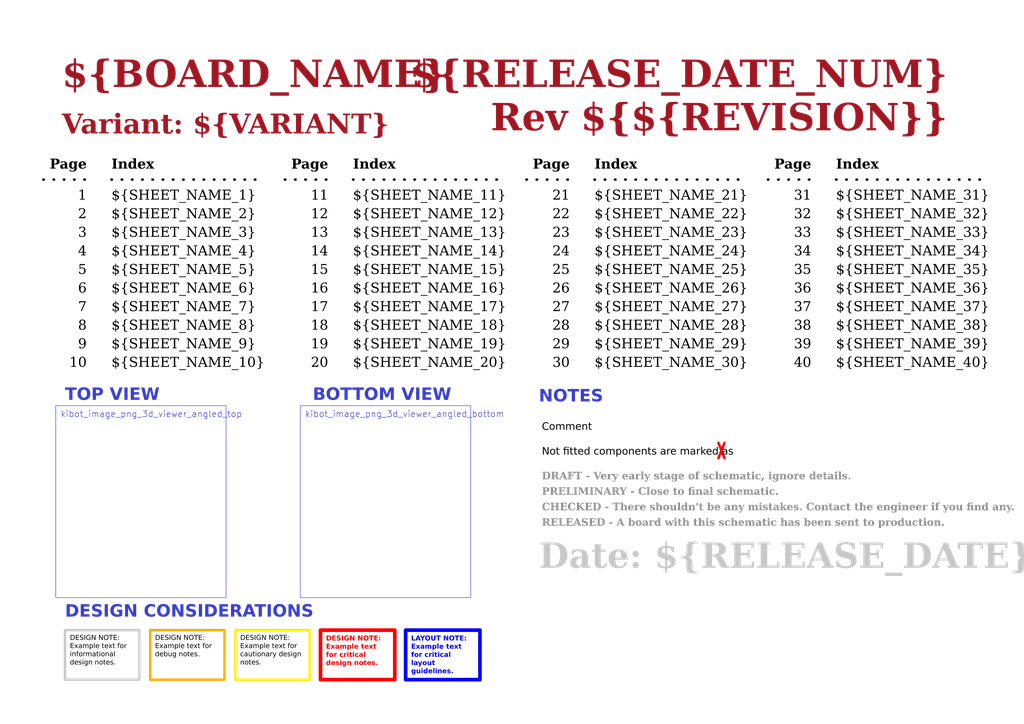
<source format=kicad_sch>
(kicad_sch
	(version 20250114)
	(generator "eeschema")
	(generator_version "9.0")
	(uuid "f9e05184-c88b-4a88-ae9c-ab2bdb32be7c")
	(paper "A3")
	(title_block
		(date "2025-01-12")
		(rev "${REVISION}")
		(company "${COMPANY}")
	)
	(lib_symbols)
	(text "Variant: ${VARIANT}"
		(exclude_from_sim no)
		(at 25.4 58.42 0)
		(effects
			(font
				(face "Times New Roman")
				(size 8 8)
				(thickness 1)
				(bold yes)
				(color 162 22 34 1)
			)
			(justify left bottom)
		)
		(uuid "000ea912-7563-47e5-be4a-8607b961f825")
	)
	(text "RELEASED - A board with this schematic has been sent to production."
		(exclude_from_sim no)
		(at 222.25 217.17 0)
		(effects
			(font
				(face "Times New Roman")
				(size 3 3)
				(thickness 0.6)
				(bold yes)
				(color 140 140 140 1)
			)
			(justify left bottom)
		)
		(uuid "03a9de87-2a7c-40cc-8949-62aed018c019")
	)
	(text "${SHEET_NAME_24}"
		(exclude_from_sim no)
		(at 243.84 106.68 0)
		(effects
			(font
				(face "Times New Roman")
				(size 4 4)
				(color 0 0 0 1)
			)
			(justify left bottom)
			(href "#24")
		)
		(uuid "04fbc6ba-89e3-4184-a4b7-fc2494e97db7")
	)
	(text "20"
		(exclude_from_sim no)
		(at 134.62 152.4 0)
		(effects
			(font
				(face "Times New Roman")
				(size 4 4)
				(color 0 0 0 1)
			)
			(justify right bottom)
			(href "#20")
		)
		(uuid "06737dca-d4ba-435b-b1f2-d66691a0395e")
	)
	(text "25"
		(exclude_from_sim no)
		(at 233.68 114.3 0)
		(effects
			(font
				(face "Times New Roman")
				(size 4 4)
				(color 0 0 0 1)
			)
			(justify right bottom)
			(href "#25")
		)
		(uuid "08a32c22-6c93-4ab9-b845-4fe7f3ebca4d")
	)
	(text "Index"
		(exclude_from_sim no)
		(at 243.84 71.12 0)
		(effects
			(font
				(face "Times New Roman")
				(size 4 4)
				(bold yes)
				(color 0 0 0 1)
			)
			(justify left bottom)
		)
		(uuid "092e98e3-7957-434d-bfdd-b05263750684")
	)
	(text "Page"
		(exclude_from_sim no)
		(at 332.74 71.12 0)
		(effects
			(font
				(face "Times New Roman")
				(size 4 4)
				(bold yes)
				(color 0 0 0 1)
			)
			(justify right bottom)
		)
		(uuid "0a07419b-7688-4fe8-adeb-f976a8f4a761")
	)
	(text "13"
		(exclude_from_sim no)
		(at 134.62 99.06 0)
		(effects
			(font
				(face "Times New Roman")
				(size 4 4)
				(color 0 0 0 1)
			)
			(justify right bottom)
			(href "#13")
		)
		(uuid "0b63ff41-ef0b-4d81-be02-d672d6e4da8d")
	)
	(text "33"
		(exclude_from_sim no)
		(at 332.74 99.06 0)
		(effects
			(font
				(face "Times New Roman")
				(size 4 4)
				(color 0 0 0 1)
			)
			(justify right bottom)
			(href "#33")
		)
		(uuid "1009d74b-dab5-4621-8c04-f00d978fa044")
	)
	(text "PRELIMINARY - Close to final schematic."
		(exclude_from_sim no)
		(at 222.25 204.47 0)
		(effects
			(font
				(face "Times New Roman")
				(size 3 3)
				(thickness 0.6)
				(bold yes)
				(color 140 140 140 1)
			)
			(justify left bottom)
		)
		(uuid "11442418-ba27-4cbf-a7e2-cc6ed9935eb1")
	)
	(text "${SHEET_NAME_22}"
		(exclude_from_sim no)
		(at 243.84 91.44 0)
		(effects
			(font
				(face "Times New Roman")
				(size 4 4)
				(color 0 0 0 1)
			)
			(justify left bottom)
			(href "#22")
		)
		(uuid "1344757b-e41f-4e80-947b-0a2035b4fce9")
	)
	(text "40"
		(exclude_from_sim no)
		(at 332.74 152.4 0)
		(effects
			(font
				(face "Times New Roman")
				(size 4 4)
				(color 0 0 0 1)
			)
			(justify right bottom)
			(href "#40")
		)
		(uuid "1b2709b1-c0f7-4254-8da7-5631857d3853")
	)
	(text "26"
		(exclude_from_sim no)
		(at 233.68 121.92 0)
		(effects
			(font
				(face "Times New Roman")
				(size 4 4)
				(color 0 0 0 1)
			)
			(justify right bottom)
			(href "#26")
		)
		(uuid "1bb2d49c-6a01-4c39-832a-e9c7a051f092")
	)
	(text "7"
		(exclude_from_sim no)
		(at 35.56 129.54 0)
		(effects
			(font
				(face "Times New Roman")
				(size 4 4)
				(color 0 0 0 1)
			)
			(justify right bottom)
			(href "#7")
		)
		(uuid "1c576109-caea-431e-8644-8543de749b79")
	)
	(text "11"
		(exclude_from_sim no)
		(at 134.62 83.82 0)
		(effects
			(font
				(face "Times New Roman")
				(size 4 4)
				(color 0 0 0 1)
			)
			(justify right bottom)
			(href "#11")
		)
		(uuid "22628abe-bb8c-4ca9-a559-3456e08ce477")
	)
	(text "DRAFT - Very early stage of schematic, ignore details."
		(exclude_from_sim no)
		(at 222.25 198.12 0)
		(effects
			(font
				(face "Times New Roman")
				(size 3 3)
				(thickness 0.6)
				(bold yes)
				(color 140 140 140 1)
			)
			(justify left bottom)
		)
		(uuid "23bcc4dd-d59d-4c05-b342-2d26db58b8da")
	)
	(text "28"
		(exclude_from_sim no)
		(at 233.68 137.16 0)
		(effects
			(font
				(face "Times New Roman")
				(size 4 4)
				(color 0 0 0 1)
			)
			(justify right bottom)
			(href "#28")
		)
		(uuid "2442a9e6-4622-4ba0-aee4-95e9a2355828")
	)
	(text "${SHEET_NAME_12}"
		(exclude_from_sim no)
		(at 144.78 91.44 0)
		(effects
			(font
				(face "Times New Roman")
				(size 4 4)
				(color 0 0 0 1)
			)
			(justify left bottom)
			(href "#12")
		)
		(uuid "26f0a480-abfd-4d9b-ac68-8bdfd526e094")
	)
	(text "${SHEET_NAME_8}"
		(exclude_from_sim no)
		(at 45.72 137.16 0)
		(effects
			(font
				(face "Times New Roman")
				(size 4 4)
				(color 0 0 0 1)
			)
			(justify left bottom)
			(href "#8")
		)
		(uuid "28b58a16-122b-49e8-afa7-48c2618dc53d")
	)
	(text "10"
		(exclude_from_sim no)
		(at 35.56 152.4 0)
		(effects
			(font
				(face "Times New Roman")
				(size 4 4)
				(color 0 0 0 1)
			)
			(justify right bottom)
			(href "#10")
		)
		(uuid "29df70b5-9e00-4105-9e4f-bc7dc20e3f72")
	)
	(text "${SHEET_NAME_2}"
		(exclude_from_sim no)
		(at 45.72 91.44 0)
		(effects
			(font
				(face "Times New Roman")
				(size 4 4)
				(color 0 0 0 1)
			)
			(justify left bottom)
			(href "#2")
		)
		(uuid "29fb83bd-9708-49c1-a835-3671e07a7b95")
	)
	(text "${SHEET_NAME_5}"
		(exclude_from_sim no)
		(at 45.72 114.3 0)
		(effects
			(font
				(face "Times New Roman")
				(size 4 4)
				(color 0 0 0 1)
			)
			(justify left bottom)
			(href "#5")
		)
		(uuid "2ac8cebd-4832-4e21-b843-d3261443e2b6")
	)
	(text "Index"
		(exclude_from_sim no)
		(at 342.9 71.12 0)
		(effects
			(font
				(face "Times New Roman")
				(size 4 4)
				(bold yes)
				(color 0 0 0 1)
			)
			(justify left bottom)
		)
		(uuid "2d20b110-4122-4bb3-85c6-52f89dff8d1f")
	)
	(text "31"
		(exclude_from_sim no)
		(at 332.74 83.82 0)
		(effects
			(font
				(face "Times New Roman")
				(size 4 4)
				(color 0 0 0 1)
			)
			(justify right bottom)
			(href "#31")
		)
		(uuid "2e769767-b079-43e5-b995-04b63f171ffa")
	)
	(text "${SHEET_NAME_20}"
		(exclude_from_sim no)
		(at 144.78 152.4 0)
		(effects
			(font
				(face "Times New Roman")
				(size 4 4)
				(color 0 0 0 1)
			)
			(justify left bottom)
			(href "#20")
		)
		(uuid "2ebc04cc-20ea-44c3-8fd2-b0fb93c45b42")
	)
	(text "Page"
		(exclude_from_sim no)
		(at 35.56 71.12 0)
		(effects
			(font
				(face "Times New Roman")
				(size 4 4)
				(bold yes)
				(color 0 0 0 1)
			)
			(justify right bottom)
		)
		(uuid "31a5a95f-a57b-403a-98da-2e1fbe2b2295")
	)
	(text "14"
		(exclude_from_sim no)
		(at 134.62 106.68 0)
		(effects
			(font
				(face "Times New Roman")
				(size 4 4)
				(color 0 0 0 1)
			)
			(justify right bottom)
			(href "#14")
		)
		(uuid "38a1da8c-a9d9-432f-9233-200e69e13b3a")
	)
	(text "${SHEET_NAME_23}"
		(exclude_from_sim no)
		(at 243.84 99.06 0)
		(effects
			(font
				(face "Times New Roman")
				(size 4 4)
				(color 0 0 0 1)
			)
			(justify left bottom)
			(href "#23")
		)
		(uuid "3946100b-591d-4e38-9079-fe42aa6dc626")
	)
	(text "Page"
		(exclude_from_sim no)
		(at 134.62 71.12 0)
		(effects
			(font
				(face "Times New Roman")
				(size 4 4)
				(bold yes)
				(color 0 0 0 1)
			)
			(justify right bottom)
		)
		(uuid "3e77b120-e346-455e-abaf-4a9c7d1682fd")
	)
	(text "${RELEASE_DATE_NUM}"
		(exclude_from_sim no)
		(at 388.62 40.64 0)
		(effects
			(font
				(face "Times New Roman")
				(size 11 11)
				(thickness 1)
				(bold yes)
				(color 162 22 34 1)
			)
			(justify right bottom)
		)
		(uuid "41e90dbf-cdb3-4f5b-b829-1b84a76a5924")
	)
	(text "24"
		(exclude_from_sim no)
		(at 233.68 106.68 0)
		(effects
			(font
				(face "Times New Roman")
				(size 4 4)
				(color 0 0 0 1)
			)
			(justify right bottom)
			(href "#24")
		)
		(uuid "49255cb5-4dcc-42be-a136-139aba5d7504")
	)
	(text "23"
		(exclude_from_sim no)
		(at 233.68 99.06 0)
		(effects
			(font
				(face "Times New Roman")
				(size 4 4)
				(color 0 0 0 1)
			)
			(justify right bottom)
			(href "#23")
		)
		(uuid "4a052e6c-e34b-452d-a22e-3979cd214786")
	)
	(text "1"
		(exclude_from_sim no)
		(at 35.56 83.82 0)
		(effects
			(font
				(face "Times New Roman")
				(size 4 4)
				(color 0 0 0 1)
			)
			(justify right bottom)
			(href "#1")
		)
		(uuid "4b0ed47a-9b59-42f0-a2af-ecaccf5a89c3")
	)
	(text "30"
		(exclude_from_sim no)
		(at 233.68 152.4 0)
		(effects
			(font
				(face "Times New Roman")
				(size 4 4)
				(color 0 0 0 1)
			)
			(justify right bottom)
			(href "#30")
		)
		(uuid "4e5b665c-4c27-411d-8242-f1249e25cce0")
	)
	(text "${SHEET_NAME_35}"
		(exclude_from_sim no)
		(at 342.9 114.3 0)
		(effects
			(font
				(face "Times New Roman")
				(size 4 4)
				(color 0 0 0 1)
			)
			(justify left bottom)
			(href "#35")
		)
		(uuid "4fefe87c-0c25-43e5-a3b2-18b15abe07e3")
	)
	(text "Not fitted components are marked as"
		(exclude_from_sim no)
		(at 222.25 187.96 0)
		(effects
			(font
				(face "Arial")
				(size 3 3)
				(color 0 0 0 1)
			)
			(justify left bottom)
		)
		(uuid "5135dbd7-df4e-46cd-8739-492cd009b1f6")
	)
	(text "${SHEET_NAME_11}"
		(exclude_from_sim no)
		(at 144.78 83.82 0)
		(effects
			(font
				(face "Times New Roman")
				(size 4 4)
				(color 0 0 0 1)
			)
			(justify left bottom)
			(href "#11")
		)
		(uuid "521b08c4-0bd9-4d68-80be-7478df8fbde9")
	)
	(text "32"
		(exclude_from_sim no)
		(at 332.74 91.44 0)
		(effects
			(font
				(face "Times New Roman")
				(size 4 4)
				(color 0 0 0 1)
			)
			(justify right bottom)
			(href "#32")
		)
		(uuid "53818ecd-325c-48e2-bb9d-ec3fb48f34c9")
	)
	(text "${SHEET_NAME_6}"
		(exclude_from_sim no)
		(at 45.72 121.92 0)
		(effects
			(font
				(face "Times New Roman")
				(size 4 4)
				(color 0 0 0 1)
			)
			(justify left bottom)
			(href "#6")
		)
		(uuid "58cf0eb5-a6da-463e-aeda-fbe87a3cd079")
	)
	(text "36"
		(exclude_from_sim no)
		(at 332.74 121.92 0)
		(effects
			(font
				(face "Times New Roman")
				(size 4 4)
				(color 0 0 0 1)
			)
			(justify right bottom)
			(href "#36")
		)
		(uuid "5dac577c-aef6-4b3c-9237-0c2b9f804fbc")
	)
	(text "${SHEET_NAME_37}"
		(exclude_from_sim no)
		(at 342.9 129.54 0)
		(effects
			(font
				(face "Times New Roman")
				(size 4 4)
				(color 0 0 0 1)
			)
			(justify left bottom)
			(href "#37")
		)
		(uuid "5f3a4b8b-6b33-42d9-ac5f-6e29aa22b302")
	)
	(text "35"
		(exclude_from_sim no)
		(at 332.74 114.3 0)
		(effects
			(font
				(face "Times New Roman")
				(size 4 4)
				(color 0 0 0 1)
			)
			(justify right bottom)
			(href "#35")
		)
		(uuid "644cbbc3-098e-4ecf-ac2f-be88f0d22361")
	)
	(text "${SHEET_NAME_26}"
		(exclude_from_sim no)
		(at 243.84 121.92 0)
		(effects
			(font
				(face "Times New Roman")
				(size 4 4)
				(color 0 0 0 1)
			)
			(justify left bottom)
			(href "#26")
		)
		(uuid "6a548554-e772-43f3-ba5d-01026d9a064a")
	)
	(text "${SHEET_NAME_36}"
		(exclude_from_sim no)
		(at 342.9 121.92 0)
		(effects
			(font
				(face "Times New Roman")
				(size 4 4)
				(color 0 0 0 1)
			)
			(justify left bottom)
			(href "#36")
		)
		(uuid "6b8d090b-e89a-4677-84e9-b64a5fead89e")
	)
	(text "Rev ${REVISION}"
		(exclude_from_sim no)
		(at 388.62 58.42 0)
		(effects
			(font
				(face "Times New Roman")
				(size 11 11)
				(thickness 1)
				(bold yes)
				(color 162 22 34 1)
			)
			(justify right bottom)
		)
		(uuid "6d1761f6-980b-4588-8313-1bd3d937c291")
	)
	(text "${SHEET_NAME_15}"
		(exclude_from_sim no)
		(at 144.78 114.3 0)
		(effects
			(font
				(face "Times New Roman")
				(size 4 4)
				(color 0 0 0 1)
			)
			(justify left bottom)
			(href "#15")
		)
		(uuid "6f858022-2996-4265-8d0d-5392f83665ac")
	)
	(text "CHECKED - There shouldn't be any mistakes. Contact the engineer if you find any."
		(exclude_from_sim no)
		(at 222.25 210.82 0)
		(effects
			(font
				(face "Times New Roman")
				(size 3 3)
				(thickness 0.6)
				(bold yes)
				(color 140 140 140 1)
			)
			(justify left bottom)
		)
		(uuid "701d40a5-7fcc-4d35-a582-e3de3695524c")
	)
	(text "BOTTOM VIEW"
		(exclude_from_sim no)
		(at 128.27 166.37 0)
		(effects
			(font
				(face "Arial")
				(size 5 5)
				(bold yes)
				(color 53 60 207 1)
			)
			(justify left bottom)
		)
		(uuid "703db123-558f-4f87-9ff5-c08a220fcdc6")
	)
	(text "${SHEET_NAME_14}"
		(exclude_from_sim no)
		(at 144.78 106.68 0)
		(effects
			(font
				(face "Times New Roman")
				(size 4 4)
				(color 0 0 0 1)
			)
			(justify left bottom)
			(href "#14")
		)
		(uuid "72182600-e68c-43f8-9305-59c8d8dbdc8c")
	)
	(text "${SHEET_NAME_21}"
		(exclude_from_sim no)
		(at 243.84 83.82 0)
		(effects
			(font
				(face "Times New Roman")
				(size 4 4)
				(color 0 0 0 1)
			)
			(justify left bottom)
			(href "#21")
		)
		(uuid "72cf7e48-8628-4785-b42d-ebcc097e0da2")
	)
	(text "12"
		(exclude_from_sim no)
		(at 134.62 91.44 0)
		(effects
			(font
				(face "Times New Roman")
				(size 4 4)
				(color 0 0 0 1)
			)
			(justify right bottom)
			(href "#12")
		)
		(uuid "75d0a1ef-aac5-4003-9e33-aca70ed59023")
	)
	(text "2"
		(exclude_from_sim no)
		(at 35.56 91.44 0)
		(effects
			(font
				(face "Times New Roman")
				(size 4 4)
				(color 0 0 0 1)
			)
			(justify right bottom)
			(href "#2")
		)
		(uuid "761d5be9-e72f-40b6-b87c-29a6aedc1cd0")
	)
	(text "3"
		(exclude_from_sim no)
		(at 35.56 99.06 0)
		(effects
			(font
				(face "Times New Roman")
				(size 4 4)
				(color 0 0 0 1)
			)
			(justify right bottom)
			(href "#3")
		)
		(uuid "7e0f51ce-8c6b-42f9-82d1-98045fd01389")
	)
	(text "${SHEET_NAME_17}"
		(exclude_from_sim no)
		(at 144.78 129.54 0)
		(effects
			(font
				(face "Times New Roman")
				(size 4 4)
				(color 0 0 0 1)
			)
			(justify left bottom)
			(href "#17")
		)
		(uuid "7eaebe1b-e206-4517-a346-0f3f402aebc2")
	)
	(text "37"
		(exclude_from_sim no)
		(at 332.74 129.54 0)
		(effects
			(font
				(face "Times New Roman")
				(size 4 4)
				(color 0 0 0 1)
			)
			(justify right bottom)
			(href "#37")
		)
		(uuid "7f350ec2-91bd-412b-bb17-e3550be6b6fc")
	)
	(text "29"
		(exclude_from_sim no)
		(at 233.68 144.78 0)
		(effects
			(font
				(face "Times New Roman")
				(size 4 4)
				(color 0 0 0 1)
			)
			(justify right bottom)
			(href "#29")
		)
		(uuid "82c607a8-c0a1-4069-b837-ce96dd0eb2bb")
	)
	(text "21"
		(exclude_from_sim no)
		(at 233.68 83.82 0)
		(effects
			(font
				(face "Times New Roman")
				(size 4 4)
				(color 0 0 0 1)
			)
			(justify right bottom)
			(href "#21")
		)
		(uuid "84a2fca0-fdc8-451e-ba92-d21bfe34f79c")
	)
	(text "${SHEET_NAME_18}"
		(exclude_from_sim no)
		(at 144.78 137.16 0)
		(effects
			(font
				(face "Times New Roman")
				(size 4 4)
				(color 0 0 0 1)
			)
			(justify left bottom)
			(href "#18")
		)
		(uuid "861c9b1c-f3f7-4abd-84e4-7e4ecba3dc9e")
	)
	(text "Date: ${RELEASE_DATE}"
		(exclude_from_sim no)
		(at 220.98 237.49 0)
		(effects
			(font
				(face "Times New Roman")
				(size 10.16 10.16)
				(thickness 0.6)
				(bold yes)
				(color 200 200 200 1)
			)
			(justify left bottom)
		)
		(uuid "87564db8-be77-4805-a256-abae1e9d7c5b")
	)
	(text "27"
		(exclude_from_sim no)
		(at 233.68 129.54 0)
		(effects
			(font
				(face "Times New Roman")
				(size 4 4)
				(color 0 0 0 1)
			)
			(justify right bottom)
			(href "#27")
		)
		(uuid "87fa597a-67b4-46be-afa2-208d91b20ddd")
	)
	(text "${SHEET_NAME_7}"
		(exclude_from_sim no)
		(at 45.72 129.54 0)
		(effects
			(font
				(face "Times New Roman")
				(size 4 4)
				(color 0 0 0 1)
			)
			(justify left bottom)
			(href "#7")
		)
		(uuid "89dd6e8c-069a-4815-966a-9a118eca524b")
	)
	(text "${SHEET_NAME_31}"
		(exclude_from_sim no)
		(at 342.9 83.82 0)
		(effects
			(font
				(face "Times New Roman")
				(size 4 4)
				(color 0 0 0 1)
			)
			(justify left bottom)
			(href "#31")
		)
		(uuid "8a503a63-fb6c-4df5-a6fc-bc8076c7c001")
	)
	(text "5"
		(exclude_from_sim no)
		(at 35.56 114.3 0)
		(effects
			(font
				(face "Times New Roman")
				(size 4 4)
				(color 0 0 0 1)
			)
			(justify right bottom)
			(href "#5")
		)
		(uuid "8b821864-881a-4cb0-856b-2d9a97f6404e")
	)
	(text "${BOARD_NAME}"
		(exclude_from_sim no)
		(at 25.4 40.64 0)
		(effects
			(font
				(face "Times New Roman")
				(size 11 11)
				(thickness 1)
				(bold yes)
				(color 162 22 34 1)
			)
			(justify left bottom)
		)
		(uuid "8cf431a6-8908-4048-b4aa-271da433a961")
	)
	(text "NOTES"
		(exclude_from_sim no)
		(at 220.98 167.005 0)
		(effects
			(font
				(face "Arial")
				(size 5 5)
				(bold yes)
				(color 53 60 207 1)
			)
			(justify left bottom)
		)
		(uuid "8e0f503c-d18d-404c-84d2-434629c63a09")
	)
	(text "${SHEET_NAME_40}"
		(exclude_from_sim no)
		(at 342.9 152.4 0)
		(effects
			(font
				(face "Times New Roman")
				(size 4 4)
				(color 0 0 0 1)
			)
			(justify left bottom)
			(href "#40")
		)
		(uuid "932682d2-768a-4ce2-8f74-01d2dff2d205")
	)
	(text "18"
		(exclude_from_sim no)
		(at 134.62 137.16 0)
		(effects
			(font
				(face "Times New Roman")
				(size 4 4)
				(color 0 0 0 1)
			)
			(justify right bottom)
			(href "#18")
		)
		(uuid "947e5fec-ce7e-4c5c-82f3-37357af6847d")
	)
	(text "Index"
		(exclude_from_sim no)
		(at 144.78 71.12 0)
		(effects
			(font
				(face "Times New Roman")
				(size 4 4)
				(bold yes)
				(color 0 0 0 1)
			)
			(justify left bottom)
		)
		(uuid "97025432-9170-4ff8-8e9c-fb0b93788c7e")
	)
	(text "${SHEET_NAME_39}"
		(exclude_from_sim no)
		(at 342.9 144.78 0)
		(effects
			(font
				(face "Times New Roman")
				(size 4 4)
				(color 0 0 0 1)
			)
			(justify left bottom)
			(href "#39")
		)
		(uuid "9b659720-c6a5-452d-8e4b-d10969349253")
	)
	(text "${SHEET_NAME_32}"
		(exclude_from_sim no)
		(at 342.9 91.44 0)
		(effects
			(font
				(face "Times New Roman")
				(size 4 4)
				(color 0 0 0 1)
			)
			(justify left bottom)
			(href "#32")
		)
		(uuid "a1062a1d-8c7d-434b-8e41-f018a76ce75c")
	)
	(text "17"
		(exclude_from_sim no)
		(at 134.62 129.54 0)
		(effects
			(font
				(face "Times New Roman")
				(size 4 4)
				(color 0 0 0 1)
			)
			(justify right bottom)
			(href "#17")
		)
		(uuid "a9d84c05-5f8c-4dbb-9619-711f551866b8")
	)
	(text "${SHEET_NAME_1}"
		(exclude_from_sim no)
		(at 45.72 83.82 0)
		(effects
			(font
				(face "Times New Roman")
				(size 4 4)
				(color 0 0 0 1)
			)
			(justify left bottom)
			(href "#1")
		)
		(uuid "afc0bb31-890a-4961-a87a-e0895bcdf665")
	)
	(text "${SHEET_NAME_9}"
		(exclude_from_sim no)
		(at 45.72 144.78 0)
		(effects
			(font
				(face "Times New Roman")
				(size 4 4)
				(color 0 0 0 1)
			)
			(justify left bottom)
			(href "#9")
		)
		(uuid "b5ff3e63-17a3-45d1-8810-34d8d7fe669a")
	)
	(text "${SHEET_NAME_38}"
		(exclude_from_sim no)
		(at 342.9 137.16 0)
		(effects
			(font
				(face "Times New Roman")
				(size 4 4)
				(color 0 0 0 1)
			)
			(justify left bottom)
			(href "#38")
		)
		(uuid "b69e0f14-9732-46c9-88d6-21c0fc2c6a07")
	)
	(text "8"
		(exclude_from_sim no)
		(at 35.56 137.16 0)
		(effects
			(font
				(face "Times New Roman")
				(size 4 4)
				(color 0 0 0 1)
			)
			(justify right bottom)
			(href "#8")
		)
		(uuid "bc946718-a2ab-40c8-8097-9c7e05954e3f")
	)
	(text "${SHEET_NAME_29}"
		(exclude_from_sim no)
		(at 243.84 144.78 0)
		(effects
			(font
				(face "Times New Roman")
				(size 4 4)
				(color 0 0 0 1)
			)
			(justify left bottom)
			(href "#29")
		)
		(uuid "bd1c778b-6b29-4b16-9eff-22de4e335241")
	)
	(text "16"
		(exclude_from_sim no)
		(at 134.62 121.92 0)
		(effects
			(font
				(face "Times New Roman")
				(size 4 4)
				(color 0 0 0 1)
			)
			(justify right bottom)
			(href "#16")
		)
		(uuid "bf5fa6d6-b99b-4e2a-8d79-716b5f8f7abf")
	)
	(text "${SHEET_NAME_34}"
		(exclude_from_sim no)
		(at 342.9 106.68 0)
		(effects
			(font
				(face "Times New Roman")
				(size 4 4)
				(color 0 0 0 1)
			)
			(justify left bottom)
			(href "#34")
		)
		(uuid "c1d78a38-10ea-4159-8081-409282f45a7b")
	)
	(text "${SHEET_NAME_16}"
		(exclude_from_sim no)
		(at 144.78 121.92 0)
		(effects
			(font
				(face "Times New Roman")
				(size 4 4)
				(color 0 0 0 1)
			)
			(justify left bottom)
			(href "#16")
		)
		(uuid "c400b0a7-a930-450f-bf64-22d3913219ae")
	)
	(text "${SHEET_NAME_3}"
		(exclude_from_sim no)
		(at 45.72 99.06 0)
		(effects
			(font
				(face "Times New Roman")
				(size 4 4)
				(color 0 0 0 1)
			)
			(justify left bottom)
			(href "#3")
		)
		(uuid "c47fb2b3-a3ce-4ab0-8283-8dc8a58975c2")
	)
	(text "${SHEET_NAME_19}"
		(exclude_from_sim no)
		(at 144.78 144.78 0)
		(effects
			(font
				(face "Times New Roman")
				(size 4 4)
				(color 0 0 0 1)
			)
			(justify left bottom)
			(href "#19")
		)
		(uuid "c67f1741-9f9b-4afd-9d0e-53f95cc87e3f")
	)
	(text "39"
		(exclude_from_sim no)
		(at 332.74 144.78 0)
		(effects
			(font
				(face "Times New Roman")
				(size 4 4)
				(color 0 0 0 1)
			)
			(justify right bottom)
			(href "#39")
		)
		(uuid "c70c3e5e-4d3f-4182-9ae5-10ba4deb3184")
	)
	(text "Page"
		(exclude_from_sim no)
		(at 233.68 71.12 0)
		(effects
			(font
				(face "Times New Roman")
				(size 4 4)
				(bold yes)
				(color 0 0 0 1)
			)
			(justify right bottom)
		)
		(uuid "c7960137-7711-4ffe-94cf-8be0bcb30b2c")
	)
	(text "Comment"
		(exclude_from_sim no)
		(at 222.25 177.8 0)
		(effects
			(font
				(face "Arial")
				(size 3 3)
				(color 0 0 0 1)
			)
			(justify left bottom)
		)
		(uuid "cd70c2d3-2fc1-43f3-bef3-88f512b1207b")
	)
	(text "TOP VIEW"
		(exclude_from_sim no)
		(at 26.67 166.37 0)
		(effects
			(font
				(face "Arial")
				(size 5 5)
				(bold yes)
				(color 53 60 207 1)
			)
			(justify left bottom)
		)
		(uuid "ce023428-5906-4952-b62a-b62507403698")
	)
	(text "34"
		(exclude_from_sim no)
		(at 332.74 106.68 0)
		(effects
			(font
				(face "Times New Roman")
				(size 4 4)
				(color 0 0 0 1)
			)
			(justify right bottom)
			(href "#34")
		)
		(uuid "d3189638-1afe-44da-8649-12ada9035b76")
	)
	(text "${SHEET_NAME_10}"
		(exclude_from_sim no)
		(at 45.72 152.4 0)
		(effects
			(font
				(face "Times New Roman")
				(size 4 4)
				(color 0 0 0 1)
			)
			(justify left bottom)
			(href "#10")
		)
		(uuid "d794f70b-0900-43e4-9530-3b5babcc433e")
	)
	(text "Index"
		(exclude_from_sim no)
		(at 45.72 71.12 0)
		(effects
			(font
				(face "Times New Roman")
				(size 4 4)
				(bold yes)
				(color 0 0 0 1)
			)
			(justify left bottom)
		)
		(uuid "e26ac9c4-c495-4cb1-ac42-54859d23390e")
	)
	(text "22"
		(exclude_from_sim no)
		(at 233.68 91.44 0)
		(effects
			(font
				(face "Times New Roman")
				(size 4 4)
				(color 0 0 0 1)
			)
			(justify right bottom)
			(href "#22")
		)
		(uuid "e464589f-dbb4-4402-a897-ab7ace77ceac")
	)
	(text "19"
		(exclude_from_sim no)
		(at 134.62 144.78 0)
		(effects
			(font
				(face "Times New Roman")
				(size 4 4)
				(color 0 0 0 1)
			)
			(justify right bottom)
			(href "#19")
		)
		(uuid "e62751b9-589e-4651-9101-35d4946b6768")
	)
	(text "${SHEET_NAME_28}"
		(exclude_from_sim no)
		(at 243.84 137.16 0)
		(effects
			(font
				(face "Times New Roman")
				(size 4 4)
				(color 0 0 0 1)
			)
			(justify left bottom)
			(href "#28")
		)
		(uuid "e679e400-fb5c-43a2-bfd2-0dcd93a17a1a")
	)
	(text "${SHEET_NAME_13}"
		(exclude_from_sim no)
		(at 144.78 99.06 0)
		(effects
			(font
				(face "Times New Roman")
				(size 4 4)
				(color 0 0 0 1)
			)
			(justify left bottom)
			(href "#13")
		)
		(uuid "e6900504-0ef7-479b-92ed-1bc93bd1281c")
	)
	(text "6"
		(exclude_from_sim no)
		(at 35.56 121.92 0)
		(effects
			(font
				(face "Times New Roman")
				(size 4 4)
				(color 0 0 0 1)
			)
			(justify right bottom)
			(href "#6")
		)
		(uuid "ea04c009-8a6e-4df8-a10e-287d81493227")
	)
	(text "15"
		(exclude_from_sim no)
		(at 134.62 114.3 0)
		(effects
			(font
				(face "Times New Roman")
				(size 4 4)
				(color 0 0 0 1)
			)
			(justify right bottom)
			(href "#15")
		)
		(uuid "eac1b517-2ecd-430e-b5b5-e084b3378285")
	)
	(text "${SHEET_NAME_27}"
		(exclude_from_sim no)
		(at 243.84 129.54 0)
		(effects
			(font
				(face "Times New Roman")
				(size 4 4)
				(color 0 0 0 1)
			)
			(justify left bottom)
			(href "#27")
		)
		(uuid "f1b2ac77-8d21-44ea-98ed-905cdacdbace")
	)
	(text "38"
		(exclude_from_sim no)
		(at 332.74 137.16 0)
		(effects
			(font
				(face "Times New Roman")
				(size 4 4)
				(color 0 0 0 1)
			)
			(justify right bottom)
			(href "#38")
		)
		(uuid "f2e05e86-1996-40cc-90aa-23adafc3587e")
	)
	(text "${SHEET_NAME_4}"
		(exclude_from_sim no)
		(at 45.72 106.68 0)
		(effects
			(font
				(face "Times New Roman")
				(size 4 4)
				(color 0 0 0 1)
			)
			(justify left bottom)
			(href "#4")
		)
		(uuid "f38b3e41-64f1-4162-9fc3-42a2ad6ca733")
	)
	(text "9"
		(exclude_from_sim no)
		(at 35.56 144.78 0)
		(effects
			(font
				(face "Times New Roman")
				(size 4 4)
				(color 0 0 0 1)
			)
			(justify right bottom)
			(href "#9")
		)
		(uuid "f5bbe170-3943-4a40-9782-9cbd23ca5c03")
	)
	(text "${SHEET_NAME_33}"
		(exclude_from_sim no)
		(at 342.9 99.06 0)
		(effects
			(font
				(face "Times New Roman")
				(size 4 4)
				(color 0 0 0 1)
			)
			(justify left bottom)
			(href "#33")
		)
		(uuid "f879701f-b24c-4cea-9a39-bc4c0256418b")
	)
	(text "${SHEET_NAME_30}"
		(exclude_from_sim no)
		(at 243.84 152.4 0)
		(effects
			(font
				(face "Times New Roman")
				(size 4 4)
				(color 0 0 0 1)
			)
			(justify left bottom)
			(href "#30")
		)
		(uuid "f92e3186-6b58-461a-bb76-e9302812a57d")
	)
	(text "4"
		(exclude_from_sim no)
		(at 35.56 106.68 0)
		(effects
			(font
				(face "Times New Roman")
				(size 4 4)
				(color 0 0 0 1)
			)
			(justify right bottom)
			(href "#4")
		)
		(uuid "f9755639-0775-4570-b6a2-9829625b15ba")
	)
	(text "${SHEET_NAME_25}"
		(exclude_from_sim no)
		(at 243.84 114.3 0)
		(effects
			(font
				(face "Times New Roman")
				(size 4 4)
				(color 0 0 0 1)
			)
			(justify left bottom)
			(href "#25")
		)
		(uuid "fa27d78d-b2a9-4762-a3f3-e3c37db14fec")
	)
	(text "DESIGN CONSIDERATIONS"
		(exclude_from_sim no)
		(at 26.67 255.27 0)
		(effects
			(font
				(face "Arial")
				(size 5 5)
				(bold yes)
				(color 53 60 207 1)
			)
			(justify left bottom)
		)
		(uuid "faea8a5f-3a8f-49cb-9832-569be941b06b")
	)
	(text_box "DESIGN NOTE:\nExample text for cautionary design notes."
		(exclude_from_sim no)
		(at 96.52 258.445 0)
		(size 30.48 20.32)
		(margins 2 2 2 2)
		(stroke
			(width 1)
			(type solid)
			(color 250 236 0 1)
		)
		(fill
			(type none)
		)
		(effects
			(font
				(face "Arial")
				(size 2 2)
				(color 0 0 0 1)
			)
			(justify left top)
		)
		(uuid "14407e09-ee6c-4b22-86d1-36d73a33e664")
	)
	(text_box "DESIGN NOTE:\nExample text for debug notes."
		(exclude_from_sim no)
		(at 61.595 258.445 0)
		(size 30.48 20.32)
		(margins 2 2 2 2)
		(stroke
			(width 1)
			(type solid)
			(color 255 165 0 1)
		)
		(fill
			(type none)
		)
		(effects
			(font
				(face "Arial")
				(size 2 2)
				(color 0 0 0 1)
			)
			(justify left top)
		)
		(uuid "1499d9a9-9f29-4929-8df7-74d84823ddfb")
	)
	(text_box "DESIGN NOTE:\nExample text for critical design notes."
		(exclude_from_sim no)
		(at 131.445 258.445 0)
		(size 30.48 20.32)
		(margins 2.25 2.25 2.25 2.25)
		(stroke
			(width 1.5)
			(type solid)
			(color 255 0 0 1)
		)
		(fill
			(type none)
		)
		(effects
			(font
				(face "Arial")
				(size 2 2)
				(thickness 0.4)
				(bold yes)
				(color 255 0 0 1)
			)
			(justify left top)
		)
		(uuid "1c311692-d683-4cdf-ac31-77bcdd4c4b39")
	)
	(text_box "LAYOUT NOTE:\nExample text for critical layout guidelines."
		(exclude_from_sim no)
		(at 166.37 258.445 0)
		(size 30.48 20.32)
		(margins 2.25 2.25 2.25 2.25)
		(stroke
			(width 1.5)
			(type solid)
			(color 0 0 255 1)
		)
		(fill
			(type none)
		)
		(effects
			(font
				(face "Arial")
				(size 2 2)
				(thickness 0.4)
				(bold yes)
				(color 0 0 255 1)
			)
			(justify left top)
		)
		(uuid "2efa106d-749e-4c2c-a05c-8429f99997c2")
	)
	(text_box "kibot_image_png_3d_viewer_angled_bottom"
		(exclude_from_sim no)
		(at 123.19 166.37 0)
		(size 69.85 78.74)
		(margins 1.905 1.905 1.905 1.905)
		(stroke
			(width 0)
			(type default)
		)
		(fill
			(type none)
		)
		(effects
			(font
				(size 2.54 2.54)
			)
			(justify left top)
		)
		(uuid "33c3f6da-ba9e-4d58-9257-d85394a72b7b")
	)
	(text_box "DESIGN NOTE:\nExample text for informational design notes."
		(exclude_from_sim no)
		(at 26.67 258.445 0)
		(size 30.48 20.32)
		(margins 2 2 2 2)
		(stroke
			(width 1)
			(type solid)
			(color 200 200 200 1)
		)
		(fill
			(type none)
		)
		(effects
			(font
				(face "Arial")
				(size 2 2)
				(color 0 0 0 1)
			)
			(justify left top)
		)
		(uuid "5018a9e1-9f76-429f-8094-85eee2236cda")
	)
	(text_box "kibot_image_png_3d_viewer_angled_top"
		(exclude_from_sim no)
		(at 22.86 166.37 0)
		(size 69.85 78.74)
		(margins 1.905 1.905 1.905 1.905)
		(stroke
			(width 0)
			(type default)
		)
		(fill
			(type none)
		)
		(effects
			(font
				(size 2.54 2.54)
			)
			(justify left top)
		)
		(uuid "62b01781-ae4a-4e68-9a17-1436f3c897e5")
	)
	(polyline
		(pts
			(xy 45.72 73.66) (xy 106.68 73.66)
		)
		(stroke
			(width 1)
			(type dot)
			(color 0 0 0 1)
		)
		(uuid "0b94fcf5-1891-4585-9535-4e190090991a")
	)
	(polyline
		(pts
			(xy 243.84 73.66) (xy 304.8 73.66)
		)
		(stroke
			(width 1)
			(type dot)
			(color 0 0 0 1)
		)
		(uuid "0cbe4bf1-21dd-46d5-8d33-b4a3f92e1064")
	)
	(polyline
		(pts
			(xy 294.64 181.61) (xy 297.18 187.96)
		)
		(stroke
			(width 1)
			(type default)
			(color 255 0 0 1)
		)
		(uuid "3799b615-bea5-4cb3-b9a2-2785865702a8")
	)
	(polyline
		(pts
			(xy 144.78 73.66) (xy 205.74 73.66)
		)
		(stroke
			(width 1)
			(type dot)
			(color 0 0 0 1)
		)
		(uuid "47e4f34a-6663-4f9a-acb3-7cf4eb159994")
	)
	(polyline
		(pts
			(xy 215.9 73.66) (xy 233.68 73.66)
		)
		(stroke
			(width 1)
			(type dot)
			(color 0 0 0 1)
		)
		(uuid "65b7519a-f480-42a3-926a-07bd8b620575")
	)
	(polyline
		(pts
			(xy 116.84 73.66) (xy 134.62 73.66)
		)
		(stroke
			(width 1)
			(type dot)
			(color 0 0 0 1)
		)
		(uuid "722439e6-abb9-4522-8594-b3181b0d9f4e")
	)
	(polyline
		(pts
			(xy 314.96 73.66) (xy 332.74 73.66)
		)
		(stroke
			(width 1)
			(type dot)
			(color 0 0 0 1)
		)
		(uuid "936e6872-8058-45c0-a0bd-58f432e24b1a")
	)
	(polyline
		(pts
			(xy 17.78 73.66) (xy 35.56 73.66)
		)
		(stroke
			(width 1)
			(type dot)
			(color 0 0 0 1)
		)
		(uuid "a3703ec8-87d6-4c32-a8ca-249d86e6160c")
	)
	(polyline
		(pts
			(xy 297.18 181.61) (xy 294.64 187.96)
		)
		(stroke
			(width 1)
			(type default)
			(color 255 0 0 1)
		)
		(uuid "d1a06d73-e78a-446f-b9d8-0d5c726588d3")
	)
	(polyline
		(pts
			(xy 342.9 73.66) (xy 403.86 73.66)
		)
		(stroke
			(width 1)
			(type dot)
			(color 0 0 0 1)
		)
		(uuid "dee96870-b977-4804-a805-318fe8afe5f2")
	)
	(sheet
		(at 340.36 313.69)
		(size 35.56 5.08)
		(exclude_from_sim no)
		(in_bom yes)
		(on_board yes)
		(dnp no)
		(stroke
			(width 0.1524)
			(type solid)
		)
		(fill
			(color 0 0 0 0.0000)
		)
		(uuid "5fb05893-0da3-4f58-a52b-cb6d6f4cb80b")
		(property "Sheetname" "Power - Sequencing"
			(at 340.36 312.6609 0)
			(effects
				(font
					(face "Times New Roman")
					(size 1.905 1.905)
					(bold yes)
					(color 0 0 0 1)
				)
				(justify left bottom)
			)
		)
		(property "Sheetfile" "Power - Sequencing.kicad_sch"
			(at 341.63 314.96 0)
			(effects
				(font
					(face "Arial")
					(size 1.27 1.27)
				)
				(justify left top)
			)
		)
		(instances
			(project "Cellule_de_force_V2"
				(path "/f9e05184-c88b-4a88-ae9c-ab2bdb32be7c"
					(page "9")
				)
			)
		)
	)
	(sheet
		(at 340.36 302.26)
		(size 35.56 5.08)
		(exclude_from_sim no)
		(in_bom yes)
		(on_board yes)
		(dnp no)
		(stroke
			(width 0)
			(type solid)
		)
		(fill
			(color 0 0 0 0.0000)
		)
		(uuid "6e125bd6-2f99-4e5d-b3ea-4899f4540739")
		(property "Sheetname" "Revision History"
			(at 340.36 300.99 0)
			(effects
				(font
					(face "Times New Roman")
					(size 1.905 1.905)
					(bold yes)
					(color 0 0 0 1)
				)
				(justify left bottom)
			)
		)
		(property "Sheetfile" "Revision History.kicad_sch"
			(at 340.995 303.53 0)
			(effects
				(font
					(face "Arial")
					(size 1.27 1.27)
				)
				(justify left top)
			)
		)
		(instances
			(project "Cellule_de_force_V2"
				(path "/f9e05184-c88b-4a88-ae9c-ab2bdb32be7c"
					(page "10")
				)
			)
		)
	)
	(sheet
		(at 299.72 302.26)
		(size 35.56 5.08)
		(exclude_from_sim no)
		(in_bom yes)
		(on_board yes)
		(dnp no)
		(stroke
			(width 0.1524)
			(type solid)
		)
		(fill
			(color 0 0 0 0.0000)
		)
		(uuid "82da9dbf-ba38-4d08-ba35-a220fa2963b1")
		(property "Sheetname" "Block Diagram"
			(at 299.72 301.2309 0)
			(effects
				(font
					(face "Times New Roman")
					(size 1.905 1.905)
					(bold yes)
					(color 0 0 0 1)
				)
				(justify left bottom)
			)
		)
		(property "Sheetfile" "Block Diagram.kicad_sch"
			(at 300.99 303.53 0)
			(effects
				(font
					(face "Arial")
					(size 1.27 1.27)
				)
				(justify left top)
			)
		)
		(instances
			(project "Cellule_de_force_V2"
				(path "/f9e05184-c88b-4a88-ae9c-ab2bdb32be7c"
					(page "2")
				)
			)
		)
	)
	(sheet
		(at 299.72 313.69)
		(size 35.56 5.08)
		(exclude_from_sim no)
		(in_bom yes)
		(on_board yes)
		(dnp no)
		(stroke
			(width 0.1524)
			(type solid)
		)
		(fill
			(color 0 0 0 0.0000)
		)
		(uuid "c5103ceb-5325-4a84-a025-9638a412984e")
		(property "Sheetname" "Project Architecture"
			(at 299.72 312.6609 0)
			(effects
				(font
					(face "Times New Roman")
					(size 1.905 1.905)
					(bold yes)
					(color 0 0 0 1)
				)
				(justify left bottom)
			)
		)
		(property "Sheetfile" "Project Architecture.kicad_sch"
			(at 300.99 314.96 0)
			(effects
				(font
					(face "Arial")
					(size 1.27 1.27)
				)
				(justify left top)
			)
		)
		(instances
			(project "Cellule_de_force_V2"
				(path "/f9e05184-c88b-4a88-ae9c-ab2bdb32be7c"
					(page "3")
				)
			)
		)
	)
	(sheet_instances
		(path "/"
			(page "1")
		)
	)
	(embedded_fonts no)
)

</source>
